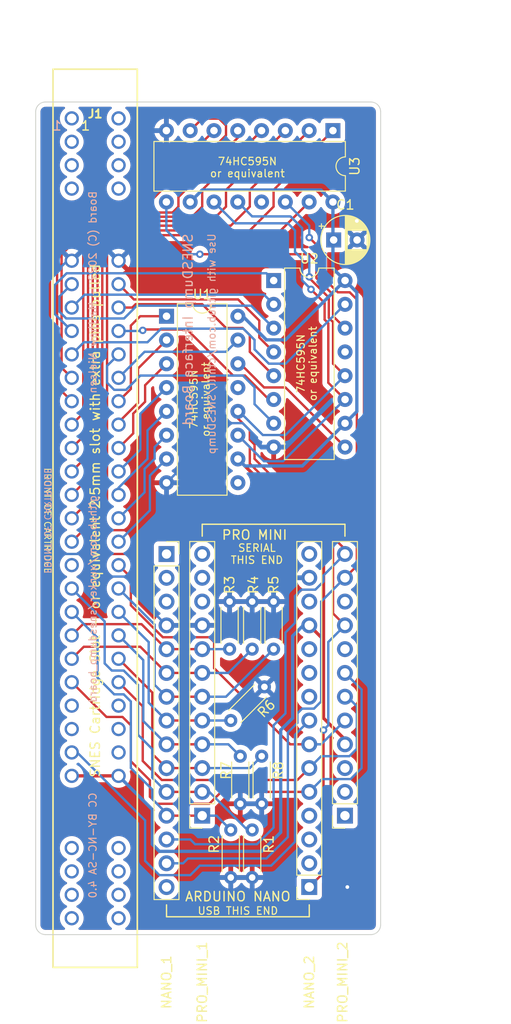
<source format=kicad_pcb>
(kicad_pcb (version 20211014) (generator pcbnew)
  (layers (0 "F.Cu" signal) (31 "B.Cu" signal) (34 "B.Paste" user) (35 "F.Paste" user) (36 "B.SilkS" user "B.Silkscreen") (37 "F.SilkS" user "F.Silkscreen") (38 "B.Mask" user) (39 "F.Mask" user) (44 "Edge.Cuts" user))
  (net 0 "")
  (net 1 "GND")
  (net 2 "A11")
  (net 3 "A10")
  (net 4 "A09")
  (net 5 "A08")
  (net 6 "A07")
  (net 7 "A06")
  (net 8 "A05")
  (net 9 "A04")
  (net 10 "A03")
  (net 11 "A02")
  (net 12 "A01")
  (net 13 "A00")
  (net 14 "D0")
  (net 15 "D1")
  (net 16 "D2")
  (net 17 "D3")
  (net 18 "{slash}RD")
  (net 19 "{slash}RESET")
  (net 20 "+5V")
  (net 21 "PA0")
  (net 22 "PA2")
  (net 23 "PA4")
  (net 24 "SOUND-L")
  (net 25 "SOUND-R")
  (net 26 "PA5")
  (net 27 "PA3")
  (net 28 "PA1")
  (net 29 "{slash}WR")
  (net 30 "D7")
  (net 31 "D6")
  (net 32 "D5")
  (net 33 "D4")
  (net 34 "{slash}CS")
  (net 35 "BA7")
  (net 36 "BA6")
  (net 37 "BA5")
  (net 38 "BA4")
  (net 39 "BA3")
  (net 40 "BA2")
  (net 41 "BA1")
  (net 42 "BA0")
  (net 43 "A15")
  (net 44 "A14")
  (net 45 "A13")
  (net 46 "A12")
  (net 49 "SER_1_2")
  (net 51 "SER_2_3")
  (net 53 "RCK")
  (net 54 "SER_3_D11")
  (net 55 "SCK")
  (footprint "Resistor_THT:R_Axial_DIN0204_L3.6mm_D1.6mm_P5.08mm_Horizontal" (layer "F.Cu") (at 144.78 114.3 -90)
    (fp_text reference "R8")
    (fp_text value "10K")
  )
  (footprint "Resistor_THT:R_Axial_DIN0204_L3.6mm_D1.6mm_P5.08mm_Horizontal" (layer "F.Cu") (at 146.05 102.87 90)
    (fp_text reference "R5")
    (fp_text value "10K")
  )
  (footprint "Package_DIP:DIP-16_W7.62mm" (layer "F.Cu") (at 152.385 47.508 -90)
    (fp_text reference "U3")
    (fp_text value "74HC595")
  )
  (footprint "Capacitor_THT:CP_Radial_D5.0mm_P2.50mm" (layer "F.Cu") (at 152.464888 59.182)
    (fp_text reference "C1")
    (fp_text value "0.47uF")
  )
  (footprint "Resistor_THT:R_Axial_DIN0204_L3.6mm_D1.6mm_P5.08mm_Horizontal" (layer "F.Cu") (at 141.478 110.49 45)
    (fp_text reference "R6")
    (fp_text value "10K")
  )
  (footprint "Resistor_THT:R_Axial_DIN0204_L3.6mm_D1.6mm_P5.08mm_Horizontal" (layer "F.Cu") (at 143.764 102.87 90)
    (fp_text reference "R4")
    (fp_text value "10K")
  )
  (footprint "Connector_PinSocket_2.54mm:PinSocket_1x12_P2.54mm_Vertical" (layer "F.Cu") (at 153.67 120.65 180)
    (fp_text reference "PRO_MINI_2")
    (fp_text value "Conn_01x12_Male")
  )
  (footprint "Resistor_THT:R_Axial_DIN0204_L3.6mm_D1.6mm_P5.08mm_Horizontal" (layer "F.Cu") (at 142.494 114.3 -90)
    (fp_text reference "R7")
    (fp_text value "10K")
  )
  (footprint "Connector_PinSocket_2.54mm:PinSocket_1x15_P2.54mm_Vertical" (layer "F.Cu") (at 149.86 128.27 180)
    (fp_text reference "NANO_2")
    (fp_text value "Conn_01x15_Male")
  )
  (footprint "Connector_PinSocket_2.54mm:PinSocket_1x15_P2.54mm_Vertical" (layer "F.Cu") (at 134.62 92.715)
    (fp_text reference "NANO_1")
    (fp_text value "Conn_01x15_Male")
  )
  (footprint "Resistor_THT:R_Axial_DIN0204_L3.6mm_D1.6mm_P5.08mm_Horizontal" (layer "F.Cu") (at 141.478 122.174 -90)
    (fp_text reference "R2")
    (fp_text value "10K")
  )
  (footprint "Package_DIP:DIP-16_W7.62mm" (layer "F.Cu") (at 146.06 63.515)
    (fp_text reference "U2")
    (fp_text value "74HC595")
  )
  (footprint "Resistor_THT:R_Axial_DIN0204_L3.6mm_D1.6mm_P5.08mm_Horizontal" (layer "F.Cu") (at 143.764 122.174 -90)
    (fp_text reference "R1")
    (fp_text value "10K")
  )
  (footprint "Package_DIP:DIP-16_W7.62mm" (layer "F.Cu") (at 134.62 67.325)
    (fp_text reference "U1")
    (fp_text value "74HC595")
  )
  (footprint "footprints:SNES-CONN-EXP" (layer "F.Cu") (at 124.5 46.2)
    (fp_text reference "J1")
    (fp_text value "CARTRIDGE_SLOT" hide)
  )
  (footprint "Connector_PinSocket_2.54mm:PinSocket_1x12_P2.54mm_Vertical" (layer "F.Cu") (at 138.43 120.65 180)
    (fp_text reference "PRO_MINI_1")
    (fp_text value "Conn_01x12_Male")
  )
  (footprint "Resistor_THT:R_Axial_DIN0204_L3.6mm_D1.6mm_P5.08mm_Horizontal" (layer "F.Cu") (at 141.351 102.87 90)
    (fp_text reference "R3")
    (fp_text value "10K")
  )
  (gr_line (start 153.67 89.535) (end 153.67 90.805) (layer "F.SilkS") (width 0.15))
  (gr_line (start 149.86 131.445) (end 149.86 130.175) (layer "F.SilkS") (width 0.15))
  (gr_line (start 134.62 131.445) (end 149.86 131.445) (layer "F.SilkS") (width 0.15))
  (gr_line (start 153.67 89.535) (end 138.43 89.535) (layer "F.SilkS") (width 0.15))
  (gr_line (start 138.43 89.535) (end 138.43 90.805) (layer "F.SilkS") (width 0.15))
  (gr_line (start 134.62 130.175) (end 134.62 131.445) (layer "F.SilkS") (width 0.15))
  (gr_line (start 157.479846 132.329532) (end 157.48 45.466) (layer "Edge.Cuts") (width 0.1))
  (gr_arc (start 157.479846 132.329532) (mid 157.173689 133.040618) (end 156.464 133.35) (layer "Edge.Cuts") (width 0.1))
  (gr_line (start 121.670468 133.349846) (end 156.464 133.35) (layer "Edge.Cuts") (width 0.1))
  (gr_arc (start 121.670468 133.349846) (mid 120.959382 133.043689) (end 120.65 132.334) (layer "Edge.Cuts") (width 0.1))
  (gr_line (start 120.650154 45.470468) (end 120.65 132.334) (layer "Edge.Cuts") (width 0.1))
  (gr_arc (start 120.650154 45.470468) (mid 120.956311 44.759382) (end 121.666 44.45) (layer "Edge.Cuts") (width 0.1))
  (gr_line (start 156.459532 44.450154) (end 121.666 44.45) (layer "Edge.Cuts") (width 0.1))
  (gr_arc (start 156.459532 44.450154) (mid 157.170618 44.756311) (end 157.48 45.466) (layer "Edge.Cuts") (width 0.1))
  (gr_text "CC BY-NC-SA 4.0" (at 126.746 118.11 90) (layer "B.SilkS") (effects (font (size 0.8 0.8) (thickness 0.125)) (justify left mirror)))
  (gr_text "Board (C) 2022 - Matthew Nielsen" (at 126.746 64.77 90) (layer "B.SilkS") (effects (font (size 0.8 0.8) (thickness 0.125)) (justify mirror)))
  (gr_text "FRONT OF CARTRIDGE" (at 121.92 89.154 270) (layer "B.SilkS") (effects (font (size 0.7 0.7) (thickness 0.1)) (justify mirror)))
  (gr_text "github.com/xunker/snesdump_board" (at 126.746 86.36 90) (layer "B.SilkS") (effects (font (size 0.8 0.8) (thickness 0.125)) (justify left mirror)))
  (gr_text "Use with github.com/cthill/SNESDump" (at 139.446 58.42 90) (layer "B.SilkS") (effects (font (size 0.8 0.8) (thickness 0.125)) (justify left mirror)))
  (gr_text "1" (at 122.936 46.99) (layer "B.SilkS") (effects (font (size 1 1)) (justify mirror)))
  (gr_text "SNESDump Interface Board\n" (at 136.906 58.42 90) (layer "B.SilkS") (effects (font (size 1 1)) (justify left mirror)))
  (gr_text "74HC595N\nor equivalent" (at 138.176 76.2 90) (layer "F.SilkS") (effects (font (size 0.8 0.8) (thickness 0.125))))
  (gr_text "74HC595N\nor equivalent" (at 143.256 51.435) (layer "F.SilkS") (effects (font (size 0.8 0.8) (thickness 0.125))))
  (gr_text "ARDUINO NANO" (at 142.24 129.286) (layer "F.SilkS") (effects (font (size 1 1))))
  (gr_text "1" (at 125.984 46.99) (layer "F.SilkS") (effects (font (size 1 1))))
  (gr_text "SNES Cartridge Slot - or equivalent 2.5mm slot with extra pins pulled" (at 127 89.154 90) (layer "F.SilkS") (effects (font (size 1 1))))
  (gr_text "SERIAL\nTHIS END" (at 144.272 92.71) (layer "F.SilkS") (effects (font (size 0.8 0.8) (thickness 0.125))))
  (gr_text "74HC595N\nor equivalent" (at 149.606 72.39 90) (layer "F.SilkS") (effects (font (size 0.8 0.8) (thickness 0.125))))
  (gr_text "PRO MINI" (at 144.018 90.678) (layer "F.SilkS") (effects (font (size 1 1))))
  (gr_text "FRONT OF CARTRIDGE" (at 121.92 89.154 270) (layer "F.SilkS") (effects (font (size 0.7 0.7) (thickness 0.1))))
  (gr_text "USB THIS END" (at 142.24 130.81) (layer "F.SilkS") (effects (font (size 0.8 0.8) (thickness 0.125))))
  (segment (start 131.572 97.287) (end 131.572 93.98) (width 0.25) (layer "F.Cu") (net 1))
  (segment (start 128.016 91.948) (end 128.016 90.932) (width 0.25) (layer "F.Cu") (net 1))
  (segment (start 131.572 93.98) (end 130.302 92.71) (width 0.25) (layer "F.Cu") (net 1))
  (segment (start 128.778 92.71) (end 128.016 91.948) (width 0.25) (layer "F.Cu") (net 1))
  (segment (start 134.62 100.335) (end 131.572 97.287) (width 0.25) (layer "F.Cu") (net 1))
  (segment (start 128.016 90.932) (end 128.778 90.17) (width 0.25) (layer "F.Cu") (net 1))
  (segment (start 134.62 86.614) (end 134.62 85.105) (width 0.25) (layer "F.Cu") (net 1))
  (segment (start 128.778 90.17) (end 131.064 90.17) (width 0.25) (layer "F.Cu") (net 1))
  (segment (start 131.064 90.17) (end 134.62 86.614) (width 0.25) (layer "F.Cu") (net 1))
  (segment (start 130.302 92.71) (end 128.778 92.71) (width 0.25) (layer "F.Cu") (net 1))
  (via (at 154.94 57.15) (size 0.8) (drill 0.4) (layers "F.Cu" "B.Cu") (net 1))
  (via (at 153.924 128.27) (size 0.8) (drill 0.4) (layers "F.Cu" "B.Cu") (net 1))
  (segment (start 142.748 78.74) (end 144.272 80.264) (width 0.25) (layer "B.Cu") (net 1))
  (segment (start 131.826 97.541) (end 131.826 96.266) (width 0.25) (layer "B.Cu") (net 1))
  (segment (start 144.272 80.772) (end 144.795 81.295) (width 0.25) (layer "B.Cu") (net 1))
  (segment (start 121.92 91.186) (end 121.92 63.5) (width 0.25) (layer "B.Cu") (net 1))
  (segment (start 125.476 92.71) (end 123.444 92.71) (width 0.25) (layer "B.Cu") (net 1))
  (segment (start 127.889 95.123) (end 125.476 92.71) (width 0.25) (layer "B.Cu") (net 1))
  (segment (start 123.444 92.71) (end 121.92 91.186) (width 0.25) (layer "B.Cu") (net 1))
  (segment (start 130.683 95.123) (end 127.889 95.123) (width 0.25) (layer "B.Cu") (net 1))
  (segment (start 121.92 63.5) (end 124.02 61.4) (width 0.25) (layer "B.Cu") (net 1))
  (segment (start 131.826 96.266) (end 130.683 95.123) (width 0.25) (layer "B.Cu") (net 1))
  (segment (start 134.62 100.335) (end 131.826 97.541) (width 0.25) (layer "B.Cu") (net 1))
  (segment (start 124.02 61.4) (end 124.5 61.4) (width 0.25) (layer "B.Cu") (net 1))
  (segment (start 144.272 80.264) (end 144.272 80.772) (width 0.25) (layer "B.Cu") (net 1))
  (segment (start 144.795 81.295) (end 146.06 81.295) (width 0.25) (layer "B.Cu") (net 1))
  (segment (start 140.985 78.74) (end 142.748 78.74) (width 0.25) (layer "B.Cu") (net 1))
  (segment (start 134.62 85.105) (end 140.985 78.74) (width 0.25) (layer "B.Cu") (net 1))
  (segment (start 130.08728 67.564) (end 123.91272 67.564) (width 0.25) (layer "B.Cu") (net 2))
  (segment (start 131.450791 66.200489) (end 130.08728 67.564) (width 0.25) (layer "B.Cu") (net 2))
  (segment (start 143.665489 66.200489) (end 131.450791 66.200489) (width 0.25) (layer "B.Cu") (net 2))
  (segment (start 123.91272 67.564) (end 123.19 66.84128) (width 0.25) (layer "B.Cu") (net 2))
  (segment (start 123.19 65.21) (end 124.5 63.9) (width 0.25) (layer "B.Cu") (net 2))
  (segment (start 146.06 68.595) (end 143.665489 66.200489) (width 0.25) (layer "B.Cu") (net 2))
  (segment (start 123.19 66.84128) (end 123.19 65.21) (width 0.25) (layer "B.Cu") (net 2))
  (segment (start 145.029 65.024) (end 125.876 65.024) (width 0.25) (layer "B.Cu") (net 3))
  (segment (start 146.06 66.055) (end 145.029 65.024) (width 0.25) (layer "B.Cu") (net 3))
  (segment (start 125.876 65.024) (end 124.5 66.4) (width 0.25) (layer "B.Cu") (net 3))
  (segment (start 122.682 64.008) (end 122.682 67.082) (width 0.25) (layer "B.Cu") (net 4))
  (segment (start 122.682 67.082) (end 124.5 68.9) (width 0.25) (layer "B.Cu") (net 4))
  (segment (start 145.283 62.738) (end 123.952 62.738) (width 0.25) (layer "B.Cu") (net 4))
  (segment (start 146.06 63.515) (end 145.283 62.738) (width 0.25) (layer "B.Cu") (net 4))
  (segment (start 123.952 62.738) (end 122.682 64.008) (width 0.25) (layer "B.Cu") (net 4))
  (segment (start 145.542 72.39) (end 147.345 72.39) (width 0.25) (layer "B.Cu") (net 5))
  (segment (start 144.018 69.85) (end 144.018 70.866) (width 0.25) (layer "B.Cu") (net 5))
  (segment (start 132.588 70.104) (end 134.0407 68.6513) (width 0.25) (layer "B.Cu") (net 5))
  (segment (start 142.8193 68.6513) (end 144.018 69.85) (width 0.25) (layer "B.Cu") (net 5))
  (segment (start 124.5 71.4) (end 125.796 70.104) (width 0.25) (layer "B.Cu") (net 5))
  (segment (start 147.345 72.39) (end 153.68 66.055) (width 0.25) (layer "B.Cu") (net 5))
  (segment (start 125.796 70.104) (end 132.588 70.104) (width 0.25) (layer "B.Cu") (net 5))
  (segment (start 144.018 70.866) (end 145.542 72.39) (width 0.25) (layer "B.Cu") (net 5))
  (segment (start 134.0407 68.6513) (end 142.8193 68.6513) (width 0.25) (layer "B.Cu") (net 5))
  (segment (start 123.413489 60.736511) (end 123.413489 72.813489) (width 0.25) (layer "F.Cu") (net 6))
  (segment (start 135.636 53.34) (end 134.62 53.34) (width 0.25) (layer "F.Cu") (net 6))
  (segment (start 140.22865 46.228) (end 140.97 46.96935) (width 0.25) (layer "F.Cu") (net 6))
  (segment (start 140.97 48.006) (end 135.636 53.34) (width 0.25) (layer "F.Cu") (net 6))
  (segment (start 137.145 47.508) (end 138.425 46.228) (width 0.25) (layer "F.Cu") (net 6))
  (segment (start 134.62 53.34) (end 131.572 56.388) (width 0.25) (layer "F.Cu") (net 6))
  (segment (start 131.572 56.388) (end 127.762 56.388) (width 0.25) (layer "F.Cu") (net 6))
  (segment (start 138.425 46.228) (end 140.22865 46.228) (width 0.25) (layer "F.Cu") (net 6))
  (segment (start 127.762 56.388) (end 123.413489 60.736511) (width 0.25) (layer "F.Cu") (net 6))
  (segment (start 140.97 46.96935) (end 140.97 48.006) (width 0.25) (layer "F.Cu") (net 6))
  (segment (start 123.413489 72.813489) (end 124.5 73.9) (width 0.25) (layer "F.Cu") (net 6))
  (segment (start 131.318 55.88) (end 127.508 55.88) (width 0.25) (layer "F.Cu") (net 7))
  (segment (start 139.685 47.513) (end 131.318 55.88) (width 0.25) (layer "F.Cu") (net 7))
  (segment (start 139.685 47.508) (end 139.685 47.513) (width 0.25) (layer "F.Cu") (net 7))
  (segment (start 127.508 55.88) (end 122.936 60.452) (width 0.25) (layer "F.Cu") (net 7))
  (segment (start 122.936 60.452) (end 122.936 74.836) (width 0.25) (layer "F.Cu") (net 7))
  (segment (start 122.936 74.836) (end 124.5 76.4) (width 0.25) (layer "F.Cu") (net 7))
  (segment (start 128.016 56.896) (end 131.826 56.896) (width 0.25) (layer "F.Cu") (net 8))
  (segment (start 135.89 54.61) (end 139.192 51.308) (width 0.25) (layer "F.Cu") (net 8))
  (segment (start 135.89 55.626) (end 135.89 54.61) (width 0.25) (layer "F.Cu") (net 8))
  (segment (start 124.5 78.9) (end 125.73 77.67) (width 0.25) (layer "F.Cu") (net 8))
  (segment (start 142.225 48.275) (end 139.197 51.303) (width 0.25) (layer "F.Cu") (net 8))
  (segment (start 142.225 47.508) (end 142.225 48.275) (width 0.25) (layer "F.Cu") (net 8))
  (segment (start 125.73 59.182) (end 128.016 56.896) (width 0.25) (layer "F.Cu") (net 8))
  (segment (start 132.469489 56.252511) (end 135.263489 56.252511) (width 0.25) (layer "F.Cu") (net 8))
  (segment (start 125.73 77.67) (end 125.73 59.182) (width 0.25) (layer "F.Cu") (net 8))
  (segment (start 135.263489 56.252511) (end 135.89 55.626) (width 0.25) (layer "F.Cu") (net 8))
  (segment (start 131.826 56.896) (end 132.469489 56.252511) (width 0.25) (layer "F.Cu") (net 8))
  (segment (start 126.238 59.436) (end 126.238 79.662) (width 0.25) (layer "F.Cu") (net 9))
  (segment (start 128.27 57.404) (end 126.238 59.436) (width 0.25) (layer "F.Cu") (net 9))
  (segment (start 144.765 47.508) (end 138.43 53.843) (width 0.25) (layer "F.Cu") (net 9))
  (segment (start 132.08 57.404) (end 128.27 57.404) (width 0.25) (layer "F.Cu") (net 9))
  (segment (start 138.43 53.843) (end 138.43 55.626) (width 0.25) (layer "F.Cu") (net 9))
  (segment (start 126.238 79.662) (end 124.5 81.4) (width 0.25) (layer "F.Cu") (net 9))
  (segment (start 132.781969 56.702031) (end 132.08 57.404) (width 0.25) (layer "F.Cu") (net 9))
  (segment (start 137.35552 56.70048) (end 135.703803 56.70048) (width 0.25) (layer "F.Cu") (net 9))
  (segment (start 135.703803 56.70048) (end 135.702252 56.702031) (width 0.25) (layer "F.Cu") (net 9))
  (segment (start 135.702252 56.702031) (end 132.781969 56.702031) (width 0.25) (layer "F.Cu") (net 9))
  (segment (start 138.43 55.626) (end 137.35552 56.70048) (width 0.25) (layer "F.Cu") (net 9))
  (segment (start 132.334 57.912) (end 128.524 57.912) (width 0.25) (layer "F.Cu") (net 10))
  (segment (start 126.746 59.69) (end 126.746 81.654) (width 0.25) (layer "F.Cu") (net 10))
  (segment (start 139.446 57.15) (end 135.890001 57.15) (width 0.25) (layer "F.Cu") (net 10))
  (segment (start 128.524 57.912) (end 126.746 59.69) (width 0.25) (layer "F.Cu") (net 10))
  (segment (start 135.888449 57.151551) (end 133.094449 57.151551) (width 0.25) (layer "F.Cu") (net 10))
  (segment (start 135.890001 57.15) (end 135.888449 57.151551) (width 0.25) (layer "F.Cu") (net 10))
  (segment (start 147.305 47.508) (end 140.97 53.843) (width 0.25) (layer "F.Cu") (net 10))
  (segment (start 140.97 53.843) (end 140.97 55.626) (width 0.25) (layer "F.Cu") (net 10))
  (segment (start 126.746 81.654) (end 124.5 83.9) (width 0.25) (layer "F.Cu") (net 10))
  (segment (start 133.094449 57.151551) (end 132.334 57.912) (width 0.25) (layer "F.Cu") (net 10))
  (segment (start 140.97 55.626) (end 139.446 57.15) (width 0.25) (layer "F.Cu") (net 10))
  (segment (start 143.51 55.626) (end 141.478 57.658) (width 0.25) (layer "F.Cu") (net 11))
  (segment (start 127.254 59.944) (end 127.254 83.646) (width 0.25) (layer "F.Cu") (net 11))
  (segment (start 149.845 47.513) (end 143.51 53.848) (width 0.25) (layer "F.Cu") (net 11))
  (segment (start 133.35 57.658) (end 132.588 58.42) (width 0.25) (layer "F.Cu") (net 11))
  (segment (start 143.51 53.848) (end 143.51 55.626) (width 0.25) (layer "F.Cu") (net 11))
  (segment (start 149.845 47.508) (end 149.845 47.513) (width 0.25) (layer "F.Cu") (net 11))
  (segment (start 141.478 57.658) (end 133.35 57.658) (width 0.25) (layer "F.Cu") (net 11))
  (segment (start 127.254 83.646) (end 124.5 86.4) (width 0.25) (layer "F.Cu") (net 11))
  (segment (start 132.588 58.42) (end 128.778 58.42) (width 0.25) (layer "F.Cu") (net 11))
  (segment (start 128.778 58.42) (end 127.254 59.944) (width 0.25) (layer "F.Cu") (net 11))
  (segment (start 143.51 58.166) (end 146.05 55.626) (width 0.25) (layer "F.Cu") (net 12))
  (segment (start 133.604 58.166) (end 143.51 58.166) (width 0.25) (layer "F.Cu") (net 12))
  (segment (start 127.762 60.198) (end 129.032 58.928) (width 0.25) (layer "F.Cu") (net 12))
  (segment (start 146.05 53.843) (end 152.385 47.508) (width 0.25) (layer "F.Cu") (net 12))
  (segment (start 132.842 58.928) (end 133.604 58.166) (width 0.25) (layer "F.Cu") (net 12))
  (segment (start 129.032 58.928) (end 132.842 58.928) (width 0.25) (layer "F.Cu") (net 12))
  (segment (start 146.05 55.626) (end 146.05 53.843) (width 0.25) (layer "F.Cu") (net 12))
  (segment (start 127.762 85.638) (end 127.762 60.198) (width 0.25) (layer "F.Cu") (net 12))
  (segment (start 124.5 88.9) (end 127.762 85.638) (width 0.25) (layer "F.Cu") (net 12))
  (segment (start 124.5 91.4) (end 128.27 87.63) (width 0.25) (layer "F.Cu") (net 13))
  (segment (start 128.27 87.63) (end 128.27 60.452) (width 0.25) (layer "F.Cu") (net 13))
  (segment (start 128.27 60.452) (end 129.286 59.436) (width 0.25) (layer "F.Cu") (net 13))
  (segment (start 133.858 58.674) (end 146.304 58.674) (width 0.25) (layer "F.Cu") (net 13))
  (segment (start 146.304 58.674) (end 149.845 55.133) (width 0.25) (layer "F.Cu") (net 13))
  (segment (start 129.286 59.436) (end 133.096 59.436) (width 0.25) (layer "F.Cu") (net 13))
  (segment (start 149.845 55.133) (end 149.845 55.128) (width 0.25) (layer "F.Cu") (net 13))
  (segment (start 133.096 59.436) (end 133.858 58.674) (width 0.25) (layer "F.Cu") (net 13))
  (segment (start 134.62 118.11) (end 138.43 118.11) (width 0.25) (layer "F.Cu") (net 14))
  (segment (start 131.572 112.014) (end 131.572 106.68072) (width 0.25) (layer "B.Cu") (net 14))
  (segment (start 143.256 122.174) (end 143.764 122.174) (width 0.25) (layer "B.Cu") (net 14))
  (segment (start 128.778 105.156) (end 128.016 104.394) (width 0.25) (layer "B.Cu") (net 14))
  (segment (start 131.572 106.68072) (end 130.04728 105.156) (width 0.25) (layer "B.Cu") (net 14))
  (segment (start 139.192 118.11) (end 143.256 122.174) (width 0.25) (layer "B.Cu") (net 14))
  (segment (start 138.43 118.11) (end 139.192 118.11) (width 0.25) (layer "B.Cu") (net 14))
  (segment (start 133.096 116.591) (end 133.096 113.538) (width 0.25) (layer "B.Cu") (net 14))
  (segment (start 134.62 118.115) (end 133.096 116.591) (width 0.25) (layer "B.Cu") (net 14))
  (segment (start 130.04728 105.156) (end 128.778 105.156) (width 0.25) (layer "B.Cu") (net 14))
  (segment (start 133.096 113.538) (end 131.572 112.014) (width 0.25) (layer "B.Cu") (net 14))
  (segment (start 128.016 104.394) (end 128.016 99.916) (width 0.25) (layer "B.Cu") (net 14))
  (segment (start 128.016 99.916) (end 124.5 96.4) (width 0.25) (layer "B.Cu") (net 14))
  (segment (start 134.62 120.65) (end 138.43 120.65) (width 0.25) (layer "F.Cu") (net 15))
  (segment (start 138.43 120.65) (end 139.954 120.65) (width 0.25) (layer "B.Cu") (net 15))
  (segment (start 139.954 120.65) (end 141.478 122.174) (width 0.25) (layer "B.Cu") (net 15))
  (segment (start 133.096 118.872) (end 134.62 120.396) (width 0.25) (layer "B.Cu") (net 15))
  (segment (start 134.62 120.396) (end 134.62 120.655) (width 0.25) (layer "B.Cu") (net 15))
  (segment (start 133.096 117.856) (end 133.096 118.872) (width 0.25) (layer "B.Cu") (net 15))
  (segment (start 130.048 107.696) (end 130.81 108.458) (width 0.25) (layer "B.Cu") (net 15))
  (segment (start 129.032 107.696) (end 130.048 107.696) (width 0.25) (layer "B.Cu") (net 15))
  (segment (start 130.81 108.458) (end 130.81 115.57) (width 0.25) (layer "B.Cu") (net 15))
  (segment (start 127.254 101.654) (end 127.254 105.918) (width 0.25) (layer "B.Cu") (net 15))
  (segment (start 127.254 105.918) (end 129.032 107.696) (width 0.25) (layer "B.Cu") (net 15))
  (segment (start 130.81 115.57) (end 133.096 117.856) (width 0.25) (layer "B.Cu") (net 15))
  (segment (start 124.5 98.9) (end 127.254 101.654) (width 0.25) (layer "B.Cu") (net 15))
  (segment (start 131.948 100.203) (end 134.62 102.875) (width 0.25) (layer "F.Cu") (net 16))
  (segment (start 124.5 101.4) (end 125.697 100.203) (width 0.25) (layer "F.Cu") (net 16))
  (segment (start 125.697 100.203) (end 131.948 100.203) (width 0.25) (layer "F.Cu") (net 16))
  (segment (start 134.62 102.87) (end 138.43 102.87) (width 0.25) (layer "F.Cu") (net 16))
  (segment (start 138.43 102.87) (end 141.24 102.87) (width 0.25) (layer "B.Cu") (net 16))
  (segment (start 134.62 105.41) (end 138.43 105.41) (width 0.25) (layer "F.Cu") (net 17))
  (segment (start 124.5 103.9) (end 125.784 102.616) (width 0.25) (layer "F.Cu") (net 17))
  (segment (start 125.784 102.616) (end 131.821 102.616) (width 0.25) (layer "F.Cu") (net 17))
  (segment (start 131.821 102.616) (end 134.62 105.415) (width 0.25) (layer "F.Cu") (net 17))
  (segment (start 138.43 105.41) (end 141.224 105.41) (width 0.25) (layer "B.Cu") (net 17))
  (segment (start 141.224 105.41) (end 143.764 102.87) (width 0.25) (layer "B.Cu") (net 17))
  (segment (start 140.462 118.11) (end 149.86 118.11) (width 0.25) (layer "F.Cu") (net 18))
  (segment (start 128.209 110.109) (end 129.921 110.109) (width 0.25) (layer "F.Cu") (net 18))
  (segment (start 139.192 119.38) (end 140.462 118.11) (width 0.25) (layer "F.Cu") (net 18))
  (segment (start 133.604 119.38) (end 139.192 119.38) (width 0.25) (layer "F.Cu") (net 18))
  (segment (start 130.81 114.84115) (end 132.842 116.87315) (width 0.25) (layer "F.Cu") (net 18))
  (segment (start 132.842 118.618) (end 133.604 119.38) (width 0.25) (layer "F.Cu") (net 18))
  (segment (start 124.5 106.4) (end 128.209 110.109) (width 0.25) (layer "F.Cu") (net 18))
  (segment (start 129.921 110.109) (end 130.81 110.998) (width 0.25) (layer "F.Cu") (net 18))
  (segment (start 132.842 116.87315) (end 132.842 118.618) (width 0.25) (layer "F.Cu") (net 18))
  (segment (start 130.81 110.998) (end 130.81 114.84115) (width 0.25) (layer "F.Cu") (net 18))
  (segment (start 154.273489 116.744511) (end 155.448 115.57) (width 0.25) (layer "B.Cu") (net 18))
  (segment (start 151.225489 116.744511) (end 154.273489 116.744511) (width 0.25) (layer "B.Cu") (net 18))
  (segment (start 155.448 115.57) (end 155.448 107.188) (width 0.25) (layer "B.Cu") (net 18))
  (segment (start 149.86 118.11) (end 151.225489 116.744511) (width 0.25) (layer "B.Cu") (net 18))
  (segment (start 155.448 107.188) (end 153.67 105.41) (width 0.25) (layer "B.Cu") (net 18))
  (segment (start 145.796 125.984) (end 148.336 123.444) (width 0.25) (layer "B.Cu") (net 19))
  (segment (start 138.176 125.984) (end 145.796 125.984) (width 0.25) (layer "B.Cu") (net 19))
  (segment (start 133.858 127) (end 137.16 127) (width 0.25) (layer "B.Cu") (net 19))
  (segment (start 148.336 123.444) (end 148.336 112.014) (width 0.25) (layer "B.Cu") (net 19))
  (segment (start 148.336 112.014) (end 149.86 110.49) (width 0.25) (layer "B.Cu") (net 19))
  (segment (start 132.334 125.476) (end 133.858 127) (width 0.25) (layer "B.Cu") (net 19))
  (segment (start 124.5 113.9) (end 125.076 113.9) (width 0.25) (layer "B.Cu") (net 19))
  (segment (start 125.076 113.9) (end 132.334 121.158) (width 0.25) (layer "B.Cu") (net 19))
  (segment (start 137.16 127) (end 138.176 125.984) (width 0.25) (layer "B.Cu") (net 19))
  (segment (start 132.334 121.158) (end 132.334 125.476) (width 0.25) (layer "B.Cu") (net 19))
  (segment (start 153.67 112.522) (end 151.384 110.236) (width 0.35) (layer "F.Cu") (net 20))
  (segment (start 124.5 116.4) (end 129.5 116.4) (width 0.35) (layer "F.Cu") (net 20))
  (segment (start 151.384 91.709) (end 151.384 101.854) (width 0.35) (layer "F.Cu") (net 20))
  (segment (start 151.384 101.854) (end 149.86 100.33) (width 0.35) (layer "F.Cu") (net 20))
  (segment (start 153.67 113.03) (end 153.67 112.522) (width 0.35) (layer "F.Cu") (net 20))
  (segment (start 148.336 88.661) (end 151.384 91.709) (width 0.35) (layer "F.Cu") (net 20))
  (segment (start 142.24 82.565) (end 148.336 88.661) (width 0.35) (layer "F.Cu") (net 20))
  (segment (start 151.384 110.236) (end 151.384 101.854) (width 0.35) (layer "F.Cu") (net 20))
  (segment (start 133.096 123.698) (end 133.858 124.46) (width 0.35) (layer "B.Cu") (net 20))
  (segment (start 148.082 110.236) (end 148.082 101.472282) (width 0.35) (layer "B.Cu") (net 20))
  (segment (start 154.94 77.495) (end 154.94 64.775) (width 0.35) (layer "B.Cu") (net 20))
  (segment (start 142.24 82.565) (end 142.987 83.312) (width 0.35) (layer "B.Cu") (net 20))
  (segment (start 133.096 121.266) (end 133.096 123.698) (width 0.35) (layer "B.Cu") (net 20))
  (segment (start 153.655 63.515) (end 153.68 63.515) (width 0.35) (layer "B.Cu") (net 20))
  (segment (start 152.387511 62.222511) (end 152.387511 55.130511) (width 0.35) (layer "B.Cu") (net 20))
  (segment (start 152.387511 55.130511) (end 152.385 55.128) (width 0.35) (layer "B.Cu") (net 20))
  (segment (start 148.082 101.472282) (end 149.224282 100.33) (width 0.35) (layer "B.Cu") (net 20))
  (segment (start 137.145 55.128) (end 138.425 53.848) (width 0.35) (layer "B.Cu") (net 20))
  (segment (start 133.858 124.46) (end 144.78 124.46) (width 0.35) (layer "B.Cu") (net 20))
  (segment (start 142.763 67.325) (end 145.288 69.85) (width 0.35) (layer "B.Cu") (net 20))
  (segment (start 138.425 53.848) (end 151.105 53.848) (width 0.35) (layer "B.Cu") (net 20))
  (segment (start 129.5 116.4) (end 133.096 119.996) (width 0.35) (layer "B.Cu") (net 20))
  (segment (start 133.096 119.996) (end 133.096 121.412) (width 0.35) (layer "B.Cu") (net 20))
  (segment (start 151.105 53.848) (end 152.385 55.128) (width 0.35) (layer "B.Cu") (net 20))
  (segment (start 142.987 83.312) (end 149.123 83.312) (width 0.35) (layer "B.Cu") (net 20))
  (segment (start 146.558 69.85) (end 147.32 69.85) (width 0.35) (layer "B.Cu") (net 20))
  (segment (start 149.224282 100.33) (end 149.86 100.33) (width 0.35) (layer "B.Cu") (net 20))
  (segment (start 147.32 69.85) (end 153.655 63.515) (width 0.35) (layer "B.Cu") (net 20))
  (segment (start 144.78 124.46) (end 146.812 122.428) (width 0.35) (layer "B.Cu") (net 20))
  (segment (start 145.263 69.85) (end 146.558 69.85) (width 0.35) (layer "B.Cu") (net 20))
  (segment (start 146.812 111.506) (end 148.082 110.236) (width 0.35) (layer "B.Cu") (net 20))
  (segment (start 149.123 83.312) (end 154.94 77.495) (width 0.35) (layer "B.Cu") (net 20))
  (segment (start 146.812 122.428) (end 146.812 111.506) (width 0.35) (layer "B.Cu") (net 20))
  (segment (start 142.24 67.325) (end 142.763 67.325) (width 0.35) (layer "B.Cu") (net 20))
  (segment (start 154.94 64.775) (end 152.387511 62.222511) (width 0.35) (layer "B.Cu") (net 20))
  (segment (start 129.5 106.4) (end 132.08 108.98) (width 0.25) (layer "F.Cu") (net 29))
  (segment (start 148.59 116.84) (end 149.86 115.57) (width 0.25) (layer "F.Cu") (net 29))
  (segment (start 132.08 108.98) (end 132.08 114.808) (width 0.25) (layer "F.Cu") (net 29))
  (segment (start 134.112 116.84) (end 148.59 116.84) (width 0.25) (layer "F.Cu") (net 29))
  (segment (start 132.08 114.808) (end 134.112 116.84) (width 0.25) (layer "F.Cu") (net 29))
  (segment (start 154.94 113.50625) (end 154.14625 114.3) (width 0.25) (layer "B.Cu") (net 29))
  (segment (start 154.14625 114.3) (end 151.13 114.3) (width 0.25) (layer "B.Cu") (net 29))
  (segment (start 153.924 107.95) (end 154.94 108.966) (width 0.25) (layer "B.Cu") (net 29))
  (segment (start 154.94 108.966) (end 154.94 113.50625) (width 0.25) (layer "B.Cu") (net 29))
  (segment (start 151.13 114.3) (end 149.86 115.57) (width 0.25) (layer "B.Cu") (net 29))
  (segment (start 153.67 107.95) (end 153.924 107.95) (width 0.25) (layer "B.Cu") (net 29))
  (segment (start 129.5 103.9) (end 133.096 107.496) (width 0.25) (layer "F.Cu") (net 30))
  (segment (start 133.096 107.496) (end 133.096 108.712) (width 0.25) (layer "F.Cu") (net 30))
  (segment (start 134.62 115.57) (end 138.43 115.57) (width 0.25) (layer "F.Cu") (net 30))
  (segment (start 133.096 114.046) (end 134.62 115.57) (width 0.25) (layer "F.Cu") (net 30))
  (segment (start 133.096 108.766) (end 133.096 114.046) (width 0.25) (layer "F.Cu") (net 30))
  (segment (start 138.43 115.57) (end 143.51 115.57) (width 0.25) (layer "B.Cu") (net 30))
  (segment (start 143.51 115.57) (end 144.78 114.3) (width 0.25) (layer "B.Cu") (net 30))
  (segment (start 134.62 113.03) (end 138.43 113.03) (width 0.25) (layer "F.Cu") (net 31))
  (segment (start 129.5 101.4) (end 132.13848 104.03848) (width 0.25) (layer "B.Cu") (net 31))
  (segment (start 132.13848 104.14) (end 132.13848 110.54848) (width 0.25) (layer "B.Cu") (net 31))
  (segment (start 141.224 113.03) (end 142.494 114.3) (width 0.25) (layer "B.Cu") (net 31))
  (segment (start 132.13848 110.54848) (end 134.62 113.03) (width 0.25) (layer "B.Cu") (net 31))
  (segment (start 138.43 113.03) (end 141.224 113.03) (width 0.25) (layer "B.Cu") (net 31))
  (segment (start 134.62 110.49) (end 138.43 110.49) (width 0.25) (layer "F.Cu") (net 32))
  (segment (start 138.43 110.49) (end 141.478 110.49) (width 0.25) (layer "B.Cu") (net 32))
  (segment (start 129.5 98.9) (end 132.715 102.115) (width 0.25) (layer "B.Cu") (net 32))
  (segment (start 132.715 102.108) (end 132.715 108.585) (width 0.25) (layer "B.Cu") (net 32))
  (segment (start 132.715 108.585) (end 134.62 110.49) (width 0.25) (layer "B.Cu") (net 32))
  (segment (start 134.62 107.95) (end 138.43 107.95) (width 0.25) (layer "F.Cu") (net 33))
  (segment (start 133.35 100.33) (end 133.35 106.68) (width 0.25) (layer "B.Cu") (net 33))
  (segment (start 138.43 107.95) (end 140.97 107.95) (width 0.25) (layer "B.Cu") (net 33))
  (segment (start 133.35 106.68) (end 134.62 107.95) (width 0.25) (layer "B.Cu") (net 33))
  (segment (start 140.97 107.95) (end 146.05 102.87) (width 0.25) (layer "B.Cu") (net 33))
  (segment (start 129.5 96.4) (end 133.35 100.25) (width 0.25) (layer "B.Cu") (net 33))
  (segment (start 130.81 95.21) (end 130.81 98.18601) (width 0.25) (layer "F.Cu") (net 34))
  (segment (start 129.5 93.9) (end 130.81 95.21) (width 0.25) (layer "F.Cu") (net 34))
  (segment (start 134.22399 101.6) (end 139.192 101.6) (width 0.25) (layer "F.Cu") (net 34))
  (segment (start 147.828 113.03) (end 149.86 113.03) (width 0.25) (layer "F.Cu") (net 34))
  (segment (start 139.192 101.6) (end 139.7 102.108) (width 0.25) (layer "F.Cu") (net 34))
  (segment (start 130.81 98.18601) (end 134.22399 101.6) (width 0.25) (layer "F.Cu") (net 34))
  (segment (start 139.7 104.902) (end 147.828 113.03) (width 0.25) (layer "F.Cu") (net 34))
  (segment (start 139.7 102.108) (end 139.7 104.902) (width 0.25) (layer "F.Cu") (net 34))
  (segment (start 149.86 113.03) (end 151.13 113.03) (width 0.25) (layer "B.Cu") (net 34))
  (segment (start 151.13 113.03) (end 153.67 110.49) (width 0.25) (layer "B.Cu") (net 34))
  (segment (start 132.842 88.058) (end 129.5 91.4) (width 0.25) (layer "B.Cu") (net 35))
  (segment (start 134.62 82.565) (end 132.842 84.343) (width 0.25) (layer "B.Cu") (net 35))
  (segment (start 132.842 84.343) (end 132.842 88.058) (width 0.25) (layer "B.Cu") (net 35))
  (segment (start 133.35 81.295) (end 133.35 82.55) (width 0.25) (layer "B.Cu") (net 36))
  (segment (start 132.27552 83.62448) (end 132.27552 86.12448) (width 0.25) (layer "B.Cu") (net 36))
  (segment (start 132.27552 86.12448) (end 129.5 88.9) (width 0.25) (layer "B.Cu") (net 36))
  (segment (start 133.35 82.55) (end 132.27552 83.62448) (width 0.25) (layer "B.Cu") (net 36))
  (segment (start 134.62 80.025) (end 133.35 81.295) (width 0.25) (layer "B.Cu") (net 36))
  (segment (start 132.588 79.517) (end 132.588 82.55) (width 0.25) (layer "B.Cu") (net 37))
  (segment (start 134.62 77.485) (end 132.588 79.517) (width 0.25) (layer "B.Cu") (net 37))
  (segment (start 129.5 85.638) (end 129.5 86.4) (width 0.25) (layer "B.Cu") (net 37))
  (segment (start 132.588 82.55) (end 129.5 85.638) (width 0.25) (layer "B.Cu") (net 37))
  (segment (start 131.826 77.739) (end 134.62 74.945) (width 0.25) (layer "B.Cu") (net 38))
  (segment (start 129.5 83.9) (end 131.826 81.574) (width 0.25) (layer "B.Cu") (net 38))
  (segment (start 131.826 81.574) (end 131.826 77.739) (width 0.25) (layer "B.Cu") (net 38))
  (segment (start 134.62 72.405) (end 132.334 74.691) (width 0.25) (layer "F.Cu") (net 39))
  (segment (start 131.064 77.724) (end 131.064 79.836) (width 0.25) (layer "F.Cu") (net 39))
  (segment (start 131.064 79.836) (end 129.5 81.4) (width 0.25) (layer "F.Cu") (net 39))
  (segment (start 132.334 74.691) (end 132.334 76.454) (width 0.25) (layer "F.Cu") (net 39))
  (segment (start 132.334 76.454) (end 131.064 77.724) (width 0.25) (layer "F.Cu") (net 39))
  (segment (start 129.5 78.9) (end 129.5 78.652282) (width 0.25) (layer "F.Cu") (net 40))
  (segment (start 131.572 72.913) (end 134.62 69.865) (width 0.25) (layer "F.Cu") (net 40))
  (segment (start 131.572 76.580282) (end 131.572 72.913) (width 0.25) (layer "F.Cu") (net 40))
  (segment (start 129.5 78.652282) (end 131.572 76.580282) (width 0.25) (layer "F.Cu") (net 40))
  (segment (start 130.81 75.09) (end 130.81 68.326) (width 0.25) (layer "F.Cu") (net 41))
  (segment (start 131.811 67.325) (end 134.62 67.325) (width 0.25) (layer "F.Cu") (net 41))
  (segment (start 130.81 68.326) (end 131.811 67.325) (width 0.25) (layer "F.Cu") (net 41))
  (segment (start 129.5 76.4) (end 130.81 75.09) (width 0.25) (layer "F.Cu") (net 41))
  (segment (start 129.5 73.9) (end 132.28 71.12) (width 0.25) (layer "B.Cu") (net 42))
  (segment (start 140.985 71.12) (end 142.24 69.865) (width 0.25) (layer "B.Cu") (net 42))
  (segment (start 132.28 71.12) (end 140.985 71.12) (width 0.25) (layer "B.Cu") (net 42))
  (segment (start 144.018 76.713) (end 146.06 78.755) (width 0.25) (layer "B.Cu") (net 43))
  (segment (start 128.27 72.63) (end 128.27 74.422) (width 0.25) (layer "B.Cu") (net 43))
  (segment (start 130.302 75.184) (end 131.826 73.66) (width 0.25) (layer "B.Cu") (net 43))
  (segment (start 142.77365 73.66) (end 144.018 74.90435) (width 0.25) (layer "B.Cu") (net 43))
  (segment (start 129.5 71.4) (end 128.27 72.63) (width 0.25) (layer "B.Cu") (net 43))
  (segment (start 144.018 74.90435) (end 144.018 76.713) (width 0.25) (layer "B.Cu") (net 43))
  (segment (start 131.826 73.66) (end 142.77365 73.66) (width 0.25) (layer "B.Cu") (net 43))
  (segment (start 129.032 75.184) (end 130.302 75.184) (width 0.25) (layer "B.Cu") (net 43))
  (segment (start 128.27 74.422) (end 129.032 75.184) (width 0.25) (layer "B.Cu") (net 43))
  (segment (start 145.5545 76.215) (end 142.9995 73.66) (width 0.25) (layer "F.Cu") (net 44))
  (segment (start 142.9995 73.66) (end 141.732 73.66) (width 0.25) (layer "F.Cu") (net 44))
  (segment (start 132.173511 68.740489) (end 132.08 68.834) (width 0.25) (layer "F.Cu") (net 44))
  (segment (start 146.06 76.215) (end 145.5545 76.215) (width 0.25) (layer "F.Cu") (net 44))
  (segment (start 141.732 73.66) (end 136.812489 68.740489) (width 0.25) (layer "F.Cu") (net 44))
  (segment (start 136.812489 68.740489) (end 132.173511 68.740489) (width 0.25) (layer "F.Cu") (net 44))
  (via (at 132.08 68.834) (size 0.8) (drill 0.4) (layers "F.Cu" "B.Cu") (net 44))
  (segment (start 132.014 68.9) (end 132.08 68.834) (width 0.25) (layer "B.Cu") (net 44))
  (segment (start 129.5 68.9) (end 132.014 68.9) (width 0.25) (layer "B.Cu") (net 44))
  (segment (start 143.51 69.342) (end 143.51 71.125) (width 0.25) (layer "F.Cu") (net 45))
  (segment (start 143.51 71.125) (end 146.06 73.675) (width 0.25) (layer "F.Cu") (net 45))
  (segment (start 129.5 66.4) (end 130.958 66.4) (width 0.25) (layer "F.Cu") (net 45))
  (segment (start 130.958 66.4) (end 131.318 66.04) (width 0.25) (layer "F.Cu") (net 45))
  (segment (start 142.748 68.58) (end 143.51 69.342) (width 0.25) (layer "F.Cu") (net 45))
  (segment (start 138.43 66.04) (end 140.97 68.58) (width 0.25) (layer "F.Cu") (net 45))
  (segment (start 131.318 66.04) (end 138.43 66.04) (width 0.25) (layer "F.Cu") (net 45))
  (segment (start 140.97 68.58) (end 142.748 68.58) (width 0.25) (layer "F.Cu") (net 45))
  (segment (start 142.26565 65.532) (end 144.526 67.79235) (width 0.25) (layer "F.Cu") (net 46))
  (segment (start 144.526 69.601) (end 146.06 71.135) (width 0.25) (layer "F.Cu") (net 46))
  (segment (start 144.526 67.79235) (end 144.526 69.601) (width 0.25) (layer "F.Cu") (net 46))
  (segment (start 131.132 65.532) (end 142.26565 65.532) (width 0.25) (layer "F.Cu") (net 46))
  (segment (start 129.5 63.9) (end 131.132 65.532) (width 0.25) (layer "F.Cu") (net 46))
  (segment (start 145.034 74.93) (end 147.315 74.93) (width 0.25) (layer "F.Cu") (net 49))
  (segment (start 153.68 81.29) (end 153.68 81.295) (width 0.25) (layer "F.Cu") (net 49))
  (segment (start 142.24 72.405) (end 142.509 72.405) (width 0.25) (layer "F.Cu") (net 49))
  (segment (start 147.32 74.93) (end 153.68 81.29) (width 0.25) (layer "F.Cu") (net 49))
  (segment (start 142.509 72.405) (end 145.034 74.93) (width 0.25) (layer "F.Cu") (net 49))
  (segment (start 149.86 60.706) (end 150.622 61.468) (width 0.25) (layer "F.Cu") (net 51))
  (segment (start 150.622 63.246) (end 152.3975 65.0215) (width 0.25) (layer "F.Cu") (net 51))
  (segment (start 152.3975 67.3125) (end 153.68 68.595) (width 0.25) (layer "F.Cu") (net 51))
  (segment (start 152.3975 65.0215) (end 152.3975 67.3125) (width 0.25) (layer "F.Cu") (net 51))
  (segment (start 138.176 60.706) (end 149.86 60.706) (width 0.25) (layer "F.Cu") (net 51))
  (segment (start 150.622 61.468) (end 150.622 63.246) (width 0.25) (layer "F.Cu") (net 51))
  (via (at 138.176 60.706) (size 0.8) (drill 0.4) (layers "F.Cu" "B.Cu") (net 51))
  (segment (start 134.605 58.151) (end 134.605 55.128) (width 0.25) (layer "B.Cu") (net 51))
  (segment (start 137.16 60.706) (end 134.605 58.151) (width 0.25) (layer "B.Cu") (net 51))
  (segment (start 138.176 60.706) (end 137.16 60.706) (width 0.25) (layer "B.Cu") (net 51))
  (segment (start 142.24 78.232) (end 142.24 77.485) (width 0.25) (layer "F.Cu") (net 53))
  (segment (start 152.4 67.950718) (end 152.4 72.395) (width 0.25) (layer "F.Cu") (net 53))
  (segment (start 143.51 80.518) (end 143.51 79.502) (width 0.25) (layer "F.Cu") (net 53))
  (segment (start 143.51 79.502) (end 142.24 78.232) (width 0.25) (layer "F.Cu") (net 53))
  (segment (start 152.4 72.395) (end 153.68 73.675) (width 0.25) (layer "F.Cu") (net 53))
  (segment (start 153.67 92.202) (end 144.018 82.55) (width 0.25) (layer "F.Cu") (net 53))
  (segment (start 144.018 82.55) (end 144.018 81.026) (width 0.25) (layer "F.Cu") (net 53))
  (segment (start 151.94798 65.33398) (end 151.94798 67.498698) (width 0.25) (layer "F.Cu") (net 53))
  (segment (start 144.018 81.026) (end 143.51 80.518) (width 0.25) (layer "F.Cu") (net 53))
  (segment (start 153.67 92.71) (end 153.67 92.202) (width 0.25) (layer "F.Cu") (net 53))
  (segment (start 151.94798 67.498698) (end 152.4 67.950718) (width 0.25) (layer "F.Cu") (net 53))
  (segment (start 149.86 63.119) (end 149.86 63.246) (width 0.25) (layer "F.Cu") (net 53))
  (segment (start 149.86 63.246) (end 151.94798 65.33398) (width 0.25) (layer "F.Cu") (net 53))
  (via (at 149.86 63.119) (size 0.8) (drill 0.4) (layers "F.Cu" "B.Cu") (net 53))
  (segment (start 146.05 121.92) (end 146.05 110.998) (width 0.25) (layer "B.Cu") (net 53))
  (segment (start 147.32 109.728) (end 147.32 101.092) (width 0.25) (layer "B.Cu") (net 53))
  (segment (start 148.336 97.209255) (end 149.025255 96.52) (width 0.25) (layer "B.Cu") (net 53))
  (segment (start 149.098 57.912) (end 147.853 56.667) (width 0.25) (layer "B.Cu") (net 53))
  (segment (start 144.272 123.698) (end 146.05 121.92) (width 0.25) (layer "B.Cu") (net 53))
  (segment (start 151.384 94.996) (end 153.67 92.71) (width 0.25) (layer "B.Cu") (net 53))
  (segment (start 137.16 123.19) (end 137.668 123.698) (width 0.25) (layer "B.Cu") (net 53))
  (segment (start 149.86 63.119) (end 149.86 60.96) (width 0.25) (layer "B.Cu") (net 53))
  (segment (start 151.384 95.646755) (end 151.384 94.996) (width 0.25) (layer "B.Cu") (net 53))
  (segment (start 149.098 60.198) (end 149.098 57.912) (width 0.25) (layer "B.Cu") (net 53))
  (segment (start 147.853 56.667) (end 143.764 56.667) (width 0.25) (layer "B.Cu") (net 53))
  (segment (start 148.336 100.076) (end 148.336 97.209255) (width 0.25) (layer "B.Cu") (net 53))
  (segment (start 137.668 123.698) (end 144.272 123.698) (width 0.25) (layer "B.Cu") (net 53))
  (segment (start 144.903511 80.01) (end 147.32 80.01) (width 0.25) (layer "B.Cu") (net 53))
  (segment (start 149.86 60.96) (end 149.098 60.198) (width 0.25) (layer "B.Cu") (net 53))
  (segment (start 142.24 77.485) (end 142.378511 77.485) (width 0.25) (layer "B.Cu") (net 53))
  (segment (start 149.025255 96.52) (end 150.510755 96.52) (width 0.25) (layer "B.Cu") (net 53))
  (segment (start 146.05 110.998) (end 147.32 109.728) (width 0.25) (layer "B.Cu") (net 53))
  (segment (start 147.32 101.092) (end 148.336 100.076) (width 0.25) (layer "B.Cu") (net 53))
  (segment (start 153.655 73.675) (end 153.68 73.675) (width 0.25) (layer "B.Cu") (net 53))
  (segment (start 134.62 123.19) (end 137.16 123.19) (width 0.25) (layer "B.Cu") (net 53))
  (segment (start 143.764 56.667) (end 142.225 55.128) (width 0.25) (layer "B.Cu") (net 53))
  (segment (start 150.510755 96.52) (end 151.384 95.646755) (width 0.25) (layer "B.Cu") (net 53))
  (segment (start 142.378511 77.485) (end 144.903511 80.01) (width 0.25) (layer "B.Cu") (net 53))
  (segment (start 147.32 80.01) (end 153.655 73.675) (width 0.25) (layer "B.Cu") (net 53))
  (segment (start 154.94 93.98) (end 153.67 95.25) (width 0.25) (layer "F.Cu") (net 54))
  (segment (start 149.86 58.928) (end 151.13 60.198) (width 0.25) (layer "F.Cu") (net 54))
  (segment (start 152.908 64.77) (end 154.178 64.77) (width 0.25) (layer "F.Cu") (net 54))
  (segment (start 154.178 64.77) (end 154.94 65.532) (width 0.25) (layer "F.Cu") (net 54))
  (segment (start 151.13 60.198) (end 151.13 62.992) (width 0.25) (layer "F.Cu") (net 54))
  (segment (start 151.13 62.992) (end 152.908 64.77) (width 0.25) (layer "F.Cu") (net 54))
  (segment (start 154.94 65.532) (end 154.94 93.98) (width 0.25) (layer "F.Cu") (net 54))
  (via (at 149.86 58.928) (size 0.8) (drill 0.4) (layers "F.Cu" "B.Cu") (net 54))
  (segment (start 147.574 111.76) (end 148.59 110.744) (width 0.25) (layer "B.Cu") (net 54))
  (segment (start 147.574 122.936) (end 147.574 111.76) (width 0.25) (layer "B.Cu") (net 54))
  (segment (start 151.13 97.79) (end 153.67 95.25) (width 0.25) (layer "B.Cu") (net 54))
  (segment (start 145.288 125.222) (end 147.574 122.936) (width 0.25) (layer "B.Cu") (net 54))
  (segment (start 148.59 110.744) (end 148.59 109.728) (width 0.25) (layer "B.Cu") (net 54))
  (segment (start 149.098 109.22) (end 150.368 109.22) (width 0.25) (layer "B.Cu") (net 54))
  (segment (start 148.59 109.728) (end 149.098 109.22) (width 0.25) (layer "B.Cu") (net 54))
  (segment (start 136.393 125.735) (end 136.906 125.222) (width 0.25) (layer "B.Cu") (net 54))
  (segment (start 149.86 58.928) (end 149.86 57.658) (width 0.25) (layer "B.Cu") (net 54))
  (segment (start 134.62 125.735) (end 136.393 125.735) (width 0.25) (layer "B.Cu") (net 54))
  (segment (start 149.86 57.658) (end 147.33 55.128) (width 0.25) (layer "B.Cu") (net 54))
  (segment (start 136.906 125.222) (end 145.288 125.222) (width 0.25) (layer "B.Cu") (net 54))
  (segment (start 150.368 109.22) (end 151.13 108.458) (width 0.25) (layer "B.Cu") (net 54))
  (segment (start 147.33 55.128) (end 147.305 55.128) (width 0.25) (layer "B.Cu") (net 54))
  (segment (start 151.13 108.458) (end 151.13 97.79) (width 0.25) (layer "B.Cu") (net 54))
  (segment (start 151.49846 65.90906) (end 151.49846 67.684895) (width 0.25) (layer "F.Cu") (net 55))
  (segment (start 151.892 74.427) (end 153.68 76.215) (width 0.25) (layer "F.Cu") (net 55))
  (segment (start 151.892 68.078436) (end 151.892 74.427) (width 0.25) (layer "F.Cu") (net 55))
  (segment (start 149.86 128.27) (end 151.384 126.746) (width 0.25) (layer "F.Cu") (net 55))
  (segment (start 151.49846 67.684895) (end 151.892 68.078436) (width 0.25) (layer "F.Cu") (net 55))
  (segment (start 143.51 81.295) (end 142.24 80.025) (width 0.25) (layer "F.Cu") (net 55))
  (segment (start 153.67 100.33) (end 152.4 99.06) (width 0.25) (layer "F.Cu") (net 55))
  (segment (start 151.384 126.746) (end 151.384 111.506) (width 0.25) (layer "F.Cu") (net 55))
  (segment (start 152.4 91.948) (end 143.51 83.058) (width 0.25) (layer "F.Cu") (net 55))
  (segment (start 143.51 83.058) (end 143.51 81.295) (width 0.25) (layer "F.Cu") (net 55))
  (segment (start 150.0462 64.4568) (end 151.49846 65.90906) (width 0.25) (layer "F.Cu") (net 55))
  (segment (start 152.4 99.06) (end 152.4 91.948) (width 0.25) (layer "F.Cu") (net 55))
  (via (at 151.384 111.506) (size 0.8) (drill 0.4) (layers "F.Cu" "B.Cu") (net 55))
  (via (at 150.0462 64.4568) (size 0.8) (drill 0.4) (layers "F.Cu" "B.Cu") (net 55))
  (segment (start 147.574 57.404) (end 141.961 57.404) (width 0.25) (layer "B.Cu") (net 55))
  (segment (start 147.066 82.804) (end 153.655 76.215) (width 0.25) (layer "B.Cu") (net 55))
  (segment (start 150.0462 64.4482) (end 149.098 63.5) (width 0.25) (layer "B.Cu") (net 55))
  (segment (start 151.892 102.108) (end 153.67 100.33) (width 0.25) (layer "B.Cu") (net 55))
  (segment (start 149.098 61.214) (end 148.336 60.452) (width 0.25) (layer "B.Cu") (net 55))
  (segment (start 148.336 60.452) (end 148.336 58.166) (width 0.25) (layer "B.Cu") (net 55))
  (segment (start 153.655 76.215) (end 153.68 76.215) (width 0.25) (layer "B.Cu") (net 55))
  (segment (start 141.961 57.404) (end 139.685 55.128) (width 0.25) (layer "B.Cu") (net 55))
  (segment (start 151.384 111.506) (end 151.892 110.998) (width 0.25) (layer "B.Cu") (net 55))
  (segment (start 142.24 80.025) (end 145.019 82.804) (width 0.25) (layer "B.Cu") (net 55))
  (segment (start 148.336 58.166) (end 147.574 57.404) (width 0.25) (layer "B.Cu") (net 55))
  (segment (start 150.0462 64.4568) (end 150.0462 64.4482) (width 0.25) (layer "B.Cu") (net 55))
  (segment (start 149.098 63.5) (end 149.098 61.214) (width 0.25) (layer "B.Cu") (net 55))
  (segment (start 145.019 82.804) (end 147.066 82.804) (width 0.25) (layer "B.Cu") (net 55))
  (segment (start 151.892 110.998) (end 151.892 102.108) (width 0.25) (layer "B.Cu") (net 55))
  (zone (net 1) (net_name "GND") (layers F&B.Cu) (connect_pads (clearance 0.508)) (min_thickness 0.254) (fill yes (thermal_gap 0.508) (thermal_bridge_width 0.508))
    (polygon (pts (xy 160.02 140.97) (xy 116.84 140.97) (xy 116.84 38.1) (xy 160.02 38.1)))
  )
)
</source>
